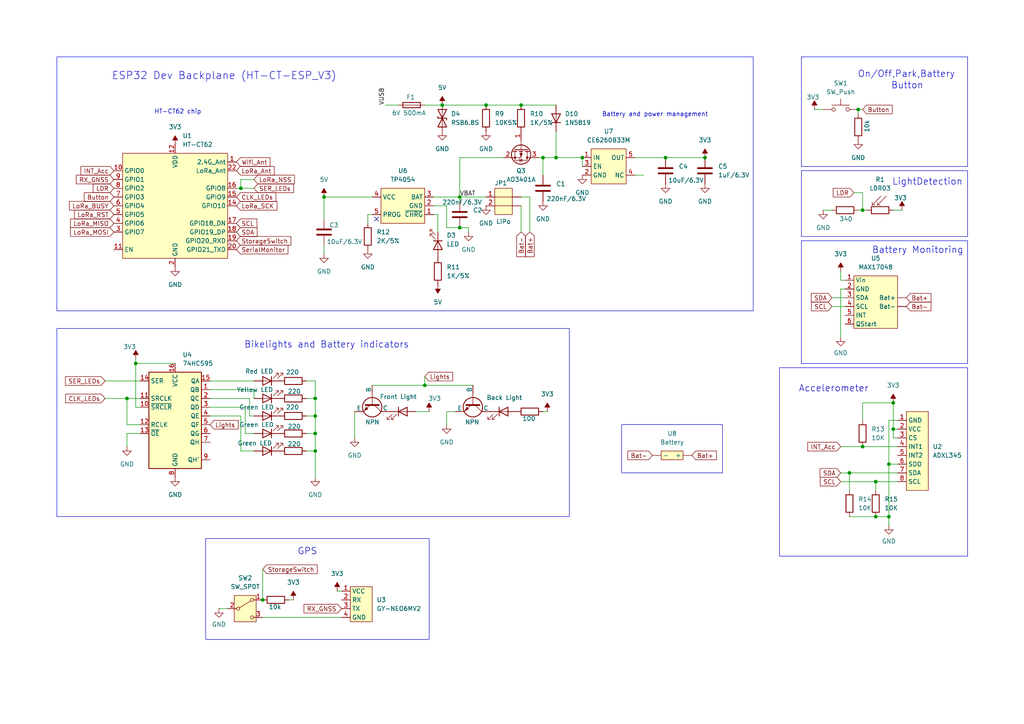
<source format=kicad_sch>
(kicad_sch (version 20250114) (generator "eeschema") (generator_version "9.0")
  (paper "A4")
  (lib_symbols
    (symbol "74xx:74HC595"
      (property "Reference" "U" (at -7.62 13.97 0))
      (property "Value" "74HC595" (at -7.62 -16.51 0))
      (symbol "74HC595_1_0"
        (pin input line (at -10.16 10.16 0) (length 2.54) (name "SER") (number "14"))
        (pin input line (at -10.16 5.08 0) (length 2.54) (name "SRCLK") (number "11"))
        (pin input line (at -10.16 2.54 0) (length 2.54) (name "~{SRCLR}") (number "10"))
        (pin input line (at -10.16 -2.54 0) (length 2.54) (name "RCLK") (number "12"))
        (pin input line (at -10.16 -5.08 0) (length 2.54) (name "~{OE}") (number "13"))
        (pin power_in line (at 0 15.24 270) (length 2.54) (name "VCC") (number "16"))
        (pin power_in line (at 0 -17.78 90) (length 2.54) (name "GND") (number "8"))
        (pin tri_state line (at 10.16 10.16 180) (length 2.54) (name "QA") (number "15"))
        (pin tri_state line (at 10.16 7.62 180) (length 2.54) (name "QB") (number "1"))
        (pin tri_state line (at 10.16 5.08 180) (length 2.54) (name "QC") (number "2"))
        (pin tri_state line (at 10.16 2.54 180) (length 2.54) (name "QD") (number "3"))
        (pin tri_state line (at 10.16 0 180) (length 2.54) (name "QE") (number "4"))
        (pin tri_state line (at 10.16 -2.54 180) (length 2.54) (name "QF") (number "5"))
        (pin tri_state line (at 10.16 -5.08 180) (length 2.54) (name "QG") (number "6"))
        (pin tri_state line (at 10.16 -7.62 180) (length 2.54) (name "QH") (number "7"))
        (pin output line (at 10.16 -12.7 180) (length 2.54) (name "QH'") (number "9"))
      )
      (symbol "74HC595_1_1"
        (rectangle (start -7.62 12.7) (end 7.62 -15.24) (stroke (width 0.254)) (fill (type background)))
      )
    )
    (symbol "Device:C" (pin_numbers (hide yes)) (pin_names (offset 0.254))
      (property "Reference" "C" (at 0.635 2.54 0))
      (property "Value" "C" (at 0.635 -2.54 0))
      (symbol "C_0_1"
        (polyline (pts (xy -2.032 0.762) (xy 2.032 0.762)) (stroke (width 0.508)))
        (polyline (pts (xy -2.032 -0.762) (xy 2.032 -0.762)) (stroke (width 0.508)))
      )
      (symbol "C_1_1"
        (pin passive line (at 0 3.81 270) (length 2.794) (name "~") (number "1"))
        (pin passive line (at 0 -3.81 90) (length 2.794) (name "~") (number "2"))
      )
    )
    (symbol "Device:D" (pin_numbers (hide yes)) (pin_names (offset 1.016) (hide yes))
      (property "Reference" "D" (at 0 2.54 0))
      (property "Value" "D" (at 0 -2.54 0))
      (symbol "D_0_1"
        (polyline (pts (xy -1.27 1.27) (xy -1.27 -1.27)) (stroke (width 0.254)))
        (polyline (pts (xy 1.27 1.27) (xy 1.27 -1.27) (xy -1.27 0) (xy 1.27 1.27)) (stroke (width 0.254)))
        (polyline (pts (xy 1.27 0) (xy -1.27 0)))
      )
      (symbol "D_1_1"
        (pin passive line (at -3.81 0 0) (length 2.54) (name "K") (number "1"))
        (pin passive line (at 3.81 0 180) (length 2.54) (name "A") (number "2"))
      )
    )
    (symbol "Device:D_TVS" (pin_numbers (hide yes)) (pin_names (offset 1.016) (hide yes))
      (property "Reference" "D" (at 0 2.54 0))
      (property "Value" "D_TVS" (at 0 -2.54 0))
      (symbol "D_TVS_0_1"
        (polyline (pts (xy -2.54 1.27) (xy -2.54 -1.27) (xy 2.54 1.27) (xy 2.54 -1.27) (xy -2.54 1.27)) (stroke (width 0.254)))
        (polyline (pts (xy 0.508 1.27) (xy 0 1.27) (xy 0 -1.27) (xy -0.508 -1.27)) (stroke (width 0.254)))
        (polyline (pts (xy 1.27 0) (xy -1.27 0)))
      )
      (symbol "D_TVS_1_1"
        (pin passive line (at -3.81 0 0) (length 2.54) (name "A1") (number "1"))
        (pin passive line (at 3.81 0 180) (length 2.54) (name "A2") (number "2"))
      )
    )
    (symbol "Device:Fuse" (pin_numbers (hide yes)) (pin_names (offset 0))
      (property "Reference" "F" (at 2.032 0 90))
      (property "Value" "Fuse" (at -1.905 0 90))
      (symbol "Fuse_0_1"
        (rectangle (start -0.762 -2.54) (end 0.762 2.54) (stroke (width 0.254)))
        (polyline (pts (xy 0 2.54) (xy 0 -2.54)))
      )
      (symbol "Fuse_1_1"
        (pin passive line (at 0 3.81 270) (length 1.27) (name "~") (number "1"))
        (pin passive line (at 0 -3.81 90) (length 1.27) (name "~") (number "2"))
      )
    )
    (symbol "Device:LED" (pin_numbers (hide yes)) (pin_names (offset 1.016) (hide yes))
      (property "Reference" "D" (at 0 2.54 0))
      (property "Value" "LED" (at 0 -2.54 0))
      (symbol "LED_0_1"
        (polyline (pts (xy -3.048 -0.762) (xy -4.572 -2.286) (xy -3.81 -2.286) (xy -4.572 -2.286) (xy -4.572 -1.524)))
        (polyline (pts (xy -1.778 -0.762) (xy -3.302 -2.286) (xy -2.54 -2.286) (xy -3.302 -2.286) (xy -3.302 -1.524)))
        (polyline (pts (xy -1.27 0) (xy 1.27 0)))
        (polyline (pts (xy -1.27 -1.27) (xy -1.27 1.27)) (stroke (width 0.254)))
        (polyline (pts (xy 1.27 -1.27) (xy 1.27 1.27) (xy -1.27 0) (xy 1.27 -1.27)) (stroke (width 0.254)))
      )
      (symbol "LED_1_1"
        (pin passive line (at -3.81 0 0) (length 2.54) (name "K") (number "1"))
        (pin passive line (at 3.81 0 180) (length 2.54) (name "A") (number "2"))
      )
    )
    (symbol "Device:R" (pin_numbers (hide yes)) (pin_names (offset 0))
      (property "Reference" "R" (at 2.032 0 90))
      (property "Value" "R" (at 0 0 90))
      (symbol "R_0_1"
        (rectangle (start -1.016 -2.54) (end 1.016 2.54) (stroke (width 0.254)))
      )
      (symbol "R_1_1"
        (pin passive line (at 0 3.81 270) (length 1.27) (name "~") (number "1"))
        (pin passive line (at 0 -3.81 90) (length 1.27) (name "~") (number "2"))
      )
    )
    (symbol "EmilLibrary:ADXL345"
      (property "Reference" "U?" (at 5.588 4.318 0))
      (property "Value" "ADXL345" (at 5.842 1.778 0))
      (symbol "ADXL345_0_1"
        (rectangle (start 2.54 0) (end 8.89 -22.86) (fill (type background)))
      )
      (symbol "ADXL345_1_1"
        (pin passive line (at 0 -2.54 0) (length 2.54) (name "GND") (number "1"))
        (pin power_in line (at 0 -5.08 0) (length 2.54) (name "VCC") (number "2"))
        (pin input line (at 0 -7.62 0) (length 2.54) (name "CS") (number "3"))
        (pin output line (at 0 -10.16 0) (length 2.54) (name "INT1") (number "4"))
        (pin output line (at 0 -12.7 0) (length 2.54) (name "INT2") (number "5"))
        (pin bidirectional line (at 0 -15.24 0) (length 2.54) (name "SDO") (number "6"))
        (pin bidirectional line (at 0 -17.78 0) (length 2.54) (name "SDA") (number "7"))
        (pin bidirectional line (at 0 -20.32 0) (length 2.54) (name "SCL") (number "8"))
      )
    )
    (symbol "EmilLibrary:Battery"
      (property "Reference" "U?" (at -0.762 1.524 0))
      (property "Value" "Battery" (at -0.762 -0.762 0))
      (symbol "Battery_0_1"
        (rectangle (start -3.81 -2.54) (end 2.54 -5.08) (fill (type background)))
      )
      (symbol "Battery_1_1"
        (pin output line (at -6.35 -3.81 0) (length 2.54) (name "-") (number ""))
        (pin output line (at 5.08 -3.81 180) (length 2.54) (name "+") (number ""))
      )
    )
    (symbol "EmilLibrary:CE6260B33M"
      (property "Reference" "U?" (at 2.54 0.254 0))
      (property "Value" "CE6260B33M" (at 6.604 -13.462 0))
      (symbol "CE6260B33M_0_1"
        (rectangle (start 1.27 -1.27) (end 11.43 -11.43) (fill (type background)))
      )
      (symbol "CE6260B33M_1_1"
        (pin passive line (at -1.27 -3.81 0) (length 2.54) (name "IN") (number "1"))
        (pin passive line (at -1.27 -6.35 0) (length 2.54) (name "EN") (number "3"))
        (pin passive line (at -1.27 -8.89 0) (length 2.54) (name "GND") (number "2"))
        (pin passive line (at 13.97 -3.81 180) (length 2.54) (name "OUT") (number "5"))
        (pin passive line (at 13.97 -8.89 180) (length 2.54) (name "NC") (number "4"))
      )
    )
    (symbol "EmilLibrary:GY-NEO6MV2"
      (property "Reference" "U?" (at -0.508 2.54 0))
      (property "Value" "GY-NEO6MV2" (at 0 0.254 0))
      (symbol "GY-NEO6MV2_1_1"
        (rectangle (start -2.54 -1.27) (end 3.81 -11.43) (fill (type background)))
        (pin power_in line (at -5.08 -2.54 0) (length 2.54) (name "VCC") (number "1"))
        (pin input line (at -5.08 -5.08 0) (length 2.54) (name "RX") (number "2"))
        (pin output line (at -5.08 -7.62 0) (length 2.54) (name "TX") (number "3"))
        (pin passive line (at -5.08 -10.16 0) (length 2.54) (name "GND") (number "4"))
      )
    )
    (symbol "EmilLibrary:LiPo"
      (property "Reference" "JP?" (at 7.874 0 0))
      (property "Value" "LiPo" (at 6.858 -10.668 0))
      (symbol "LiPo_0_1"
        (rectangle (start 5.08 -1.27) (end 10.16 -8.89) (fill (type background)))
        (rectangle (start 5.08 -3.81) (end 10.16 -3.81))
        (rectangle (start 5.08 -6.35) (end 10.16 -6.35))
      )
      (symbol "LiPo_1_1"
        (pin passive line (at 2.54 -3.81 0) (length 2.54) (name "") (number "1"))
        (pin passive line (at 2.54 -6.35 0) (length 2.54) (name "") (number "2"))
        (pin passive line (at 12.7 -3.81 180) (length 2.54) (name "") (number ""))
        (pin passive line (at 12.7 -6.35 180) (length 2.54) (name "") (number ""))
      )
    )
    (symbol "EmilLibrary:MAX17048"
      (property "Reference" "U?" (at 6.604 3.302 0))
      (property "Value" "MAX17048" (at 5.842 1.27 0))
      (symbol "MAX17048_0_1"
        (rectangle (start 1.27 0) (end 13.97 -15.24) (fill (type background)))
      )
      (symbol "MAX17048_1_1"
        (pin passive line (at -1.27 -1.27 0) (length 2.54) (name "Vin") (number "1"))
        (pin passive line (at -1.27 -3.81 0) (length 2.54) (name "GND") (number "2"))
        (pin input line (at -1.27 -6.35 0) (length 2.54) (name "SDA") (number "3"))
        (pin input line (at -1.27 -8.89 0) (length 2.54) (name "SCL") (number "4"))
        (pin input line (at -1.27 -11.43 0) (length 2.54) (name "INT") (number "5"))
        (pin input line (at -1.27 -13.97 0) (length 2.54) (name "QStart") (number "6"))
        (pin input line (at 16.51 -6.35 180) (length 2.54) (name "Bat+") (number ""))
        (pin input line (at 16.51 -8.89 180) (length 2.54) (name "Bat-") (number ""))
      )
    )
    (symbol "EmilLibrary:TP4054"
      (property "Reference" "U?" (at 3.556 1.016 0))
      (property "Value" "TP4054" (at 5.842 -11.684 0))
      (symbol "TP4054_0_1"
        (rectangle (start 2.54 0) (end 15.24 -10.16) (fill (type background)))
      )
      (symbol "TP4054_1_1"
        (pin power_in line (at 0 -2.54 0) (length 2.54) (name "VCC") (number "4"))
        (pin passive line (at 0 -7.62 0) (length 2.54) (name "PROG") (number "5"))
        (pin passive line (at 17.78 -2.54 180) (length 2.54) (name "BAT") (number "3"))
        (pin passive line (at 17.78 -5.08 180) (length 2.54) (name "GND") (number "2"))
        (pin passive line (at 17.78 -7.62 180) (length 2.54) (name "~{CHRG}") (number "1"))
      )
    )
    (symbol "RF_Module:HT-CT62"
      (property "Reference" "U" (at 0 0 0))
      (property "Value" "HT-CT62" (at 10.16 17.78 0))
      (symbol "HT-CT62_1_1"
        (rectangle (start -15.24 15.24) (end 15.24 -15.24) (fill (type background)))
        (pin bidirectional line (at -17.78 10.16 0) (length 2.54) (name "GPIO0") (number "10"))
        (pin bidirectional line (at -17.78 7.62 0) (length 2.54) (name "GPIO1") (number "9"))
        (pin bidirectional line (at -17.78 5.08 0) (length 2.54) (name "GPIO2") (number "8"))
        (pin bidirectional line (at -17.78 2.54 0) (length 2.54) (name "GPIO3") (number "7"))
        (pin bidirectional line (at -17.78 0 0) (length 2.54) (name "GPIO4") (number "6"))
        (pin bidirectional line (at -17.78 -2.54 0) (length 2.54) (name "GPIO5") (number "5"))
        (pin bidirectional line (at -17.78 -5.08 0) (length 2.54) (name "GPIO6") (number "4"))
        (pin bidirectional line (at -17.78 -7.62 0) (length 2.54) (name "GPIO7") (number "3"))
        (pin input line (at -17.78 -12.7 0) (length 2.54) (name "EN") (number "11"))
        (pin power_in line (at 0 17.78 270) (length 2.54) (name "VDD") (number "12"))
        (pin passive line (at 0 -17.78 90) (length 2.54) (hide yes) (name "GND") (number "13"))
        (pin power_in line (at 0 -17.78 90) (length 2.54) (name "GND") (number "2"))
        (pin passive line (at 0 -17.78 90) (length 2.54) (hide yes) (name "GND") (number "21"))
        (pin bidirectional line (at 17.78 12.7 180) (length 2.54) (name "2.4G_Ant") (number "1"))
        (pin bidirectional line (at 17.78 10.16 180) (length 2.54) (name "LoRa_Ant") (number "22"))
        (pin bidirectional line (at 17.78 5.08 180) (length 2.54) (name "GPIO8") (number "16"))
        (pin bidirectional line (at 17.78 2.54 180) (length 2.54) (name "GPIO9") (number "15"))
        (pin bidirectional line (at 17.78 0 180) (length 2.54) (name "GPIO10") (number "14"))
        (pin bidirectional line (at 17.78 -5.08 180) (length 2.54) (name "GPIO18_DN") (number "17"))
        (pin bidirectional line (at 17.78 -7.62 180) (length 2.54) (name "GPIO19_DP") (number "18"))
        (pin bidirectional line (at 17.78 -10.16 180) (length 2.54) (name "GPIO20_RXD") (number "19"))
        (pin bidirectional line (at 17.78 -12.7 180) (length 2.54) (name "GPIO21_TXD") (number "20"))
      )
    )
    (symbol "Sensor_Optical:LDR03" (pin_numbers (hide yes)) (pin_names (offset 0))
      (property "Reference" "R" (at -5.08 0 90))
      (property "Value" "LDR03" (at 1.905 0 90))
      (symbol "LDR03_0_1"
        (polyline (pts (xy -1.524 -0.762) (xy -4.064 1.778)))
        (polyline (pts (xy -1.524 -0.762) (xy -2.286 -0.762)))
        (polyline (pts (xy -1.524 -0.762) (xy -1.524 0)))
        (polyline (pts (xy -1.524 -2.286) (xy -4.064 0.254)))
        (polyline (pts (xy -1.524 -2.286) (xy -2.286 -2.286)))
        (polyline (pts (xy -1.524 -2.286) (xy -1.524 -1.524)))
        (rectangle (start -1.016 2.54) (end 1.016 -2.54) (stroke (width 0.254)))
      )
      (symbol "LDR03_1_1"
        (pin passive line (at 0 3.81 270) (length 1.27) (name "~") (number "1"))
        (pin passive line (at 0 -3.81 90) (length 1.27) (name "~") (number "2"))
      )
    )
    (symbol "Simulation_SPICE:NPN" (pin_numbers (hide yes)) (pin_names (offset 0))
      (property "Reference" "Q" (at -2.54 7.62 0))
      (property "Value" "NPN" (at -2.54 5.08 0))
      (symbol "NPN_0_1"
        (polyline (pts (xy -2.54 0) (xy 0.635 0)) (stroke (width 0.1524)))
        (polyline (pts (xy 0.635 1.905) (xy 0.635 -1.905) (xy 0.635 -1.905)) (stroke (width 0.508)))
        (polyline (pts (xy 0.635 0.635) (xy 2.54 2.54)))
        (polyline (pts (xy 0.635 -0.635) (xy 2.54 -2.54) (xy 2.54 -2.54)))
        (circle (center 1.27 0) (radius 2.8194) (stroke (width 0.254)))
        (polyline (pts (xy 1.27 -1.778) (xy 1.778 -1.27) (xy 2.286 -2.286) (xy 1.27 -1.778) (xy 1.27 -1.778)) (fill (type outline)))
        (polyline (pts (xy 2.794 -1.27) (xy 2.794 -1.27)) (stroke (width 0.1524)))
        (polyline (pts (xy 2.794 -1.27) (xy 2.794 -1.27)) (stroke (width 0.1524)))
      )
      (symbol "NPN_1_1"
        (pin input line (at -5.08 0 0) (length 2.54) (name "B") (number "2"))
        (pin open_collector line (at 2.54 5.08 270) (length 2.54) (name "C") (number "1"))
        (pin open_emitter line (at 2.54 -5.08 90) (length 2.54) (name "E") (number "3"))
      )
    )
    (symbol "Switch:SW_Push" (pin_numbers (hide yes)) (pin_names (offset 1.016) (hide yes))
      (property "Reference" "SW" (at 1.27 2.54 0))
      (property "Value" "SW_Push" (at 0 -1.524 0))
      (symbol "SW_Push_0_1"
        (circle (center -2.032 0) (radius 0.508))
        (polyline (pts (xy 0 1.27) (xy 0 3.048)))
        (circle (center 2.032 0) (radius 0.508))
        (polyline (pts (xy 2.54 1.27) (xy -2.54 1.27)))
        (pin passive line (at -5.08 0 0) (length 2.54) (name "1") (number "1"))
        (pin passive line (at 5.08 0 180) (length 2.54) (name "2") (number "2"))
      )
    )
    (symbol "Switch:SW_SPDT" (pin_names (offset 0) (hide yes))
      (property "Reference" "SW" (at 0 5.08 0))
      (property "Value" "SW_SPDT" (at 0 -5.08 0))
      (symbol "SW_SPDT_0_1"
        (circle (center -2.032 0) (radius 0.4572))
        (polyline (pts (xy -1.651 0.254) (xy 1.651 2.286)))
        (circle (center 2.032 2.54) (radius 0.4572))
        (circle (center 2.032 -2.54) (radius 0.4572))
      )
      (symbol "SW_SPDT_1_1"
        (rectangle (start -3.175 3.81) (end 3.175 -3.81) (fill (type background)))
        (pin passive line (at -5.08 0 0) (length 2.54) (name "B") (number "2"))
        (pin passive line (at 5.08 2.54 180) (length 2.54) (name "A") (number "1"))
        (pin passive line (at 5.08 -2.54 180) (length 2.54) (name "C") (number "3"))
      )
    )
    (symbol "Transistor_FET:AO3401A" (pin_names (hide yes))
      (property "Reference" "Q" (at 5.08 1.905 0))
      (property "Value" "AO3401A" (at 5.08 0 0))
      (symbol "AO3401A_0_1"
        (polyline (pts (xy 0.254 1.905) (xy 0.254 -1.905)) (stroke (width 0.254)))
        (polyline (pts (xy 0.254 0) (xy -2.54 0)))
        (polyline (pts (xy 0.762 2.286) (xy 0.762 1.27)) (stroke (width 0.254)))
        (polyline (pts (xy 0.762 1.778) (xy 3.302 1.778) (xy 3.302 -1.778) (xy 0.762 -1.778)))
        (polyline (pts (xy 0.762 0.508) (xy 0.762 -0.508)) (stroke (width 0.254)))
        (polyline (pts (xy 0.762 -1.27) (xy 0.762 -2.286)) (stroke (width 0.254)))
        (circle (center 1.651 0) (radius 2.794) (stroke (width 0.254)))
        (polyline (pts (xy 2.286 0) (xy 1.27 0.381) (xy 1.27 -0.381) (xy 2.286 0)) (fill (type outline)))
        (polyline (pts (xy 2.54 2.54) (xy 2.54 1.778)))
        (circle (center 2.54 1.778) (radius 0.254) (fill (type outline)))
        (circle (center 2.54 -1.778) (radius 0.254) (fill (type outline)))
        (polyline (pts (xy 2.54 -2.54) (xy 2.54 0) (xy 0.762 0)))
        (polyline (pts (xy 2.794 -0.508) (xy 2.921 -0.381) (xy 3.683 -0.381) (xy 3.81 -0.254)))
        (polyline (pts (xy 3.302 -0.381) (xy 2.921 0.254) (xy 3.683 0.254) (xy 3.302 -0.381)))
      )
      (symbol "AO3401A_1_1"
        (pin input line (at -5.08 0 0) (length 2.54) (name "G") (number "1"))
        (pin passive line (at 2.54 5.08 270) (length 2.54) (name "D") (number "3"))
        (pin passive line (at 2.54 -5.08 90) (length 2.54) (name "S") (number "2"))
      )
    )
    (symbol "power:-3V3" (power) (pin_numbers (hide yes)) (pin_names (offset 0) (hide yes))
      (property "Value" "-3V3" (at 0 3.556 0))
      (symbol "-3V3_0_0"
        (pin power_in line (at 0 0 90) (length 0) (name "~") (number "1"))
      )
      (symbol "-3V3_0_1"
        (polyline (pts (xy 0 0) (xy 0 1.27) (xy 0.762 1.27) (xy 0 2.54) (xy -0.762 1.27) (xy 0 1.27)) (fill (type outline)))
      )
    )
    (symbol "power:GND" (power) (pin_numbers (hide yes)) (pin_names (offset 0) (hide yes))
      (property "Value" "GND" (at 0 -3.81 0))
      (symbol "GND_0_1"
        (polyline (pts (xy 0 0) (xy 0 -1.27) (xy 1.27 -1.27) (xy 0 -2.54) (xy -1.27 -1.27) (xy 0 -1.27)))
      )
      (symbol "GND_1_1"
        (pin power_in line (at 0 0 270) (length 0) (name "~") (number "1"))
      )
    )
  )
  (rectangle (start 16.51 16.51) (end 218.44 90.17) (fill (type color) (color 255 255 255 1)))
  (rectangle (start 59.69 156.21) (end 124.46 185.42) (fill (type color) (color 255 255 255 1)))
  (rectangle (start 180.34 123.19) (end 209.55 137.16) (fill (type color) (color 255 255 255 1)))
  (rectangle (start 232.41 16.51) (end 280.67 48.26) (fill (type color) (color 255 255 255 1)))
  (rectangle (start 232.41 49.53) (end 280.67 68.58) (fill (type color) (color 255 255 255 1)))
  (rectangle (start 16.51 95.25) (end 165.1 149.86) (fill (type color) (color 255 255 255 1)))
  (rectangle (start 232.41 69.85) (end 280.67 105.41) (fill (type color) (color 255 255 255 1)))
  (rectangle (start 226.06 106.68) (end 280.67 161.29) (fill (type color) (color 255 255 255 1)))
  (text "On/Off,Park,Battery" (at 262.89 21.59 0) (effects (font (size 1.905 1.905))))
  (text "Button" (at 263.144 24.892 0) (effects (font (size 1.905 1.905))))
  (text "Accelerometer" (at 241.808 112.776 0) (effects (font (size 1.905 1.905))))
  (text "Battery Monitoring\n" (at 266.192 72.644 0) (effects (font (size 1.905 1.905))))
  (text "Bikelights and Battery indicators" (at 94.742 100.076 0) (effects (font (size 1.905 1.905))))
  (text "Battery and power management" (at 189.992 33.274 0) (effects (font (size 1.27 1.27))))
  (text "HT-CT62 chip" (at 51.562 32.512 0) (effects (font (size 1.27 1.27))))
  (text "ESP32 Dev Backplane (HT-CT-ESP_V3)" (at 65.024 22.098 0) (effects (font (size 2.159 2.159))))
  (text "LightDetection" (at 268.986 52.832 0) (effects (font (size 1.905 1.905))))
  (text "GPS" (at 89.154 160.02 0) (effects (font (size 1.905 1.905))))
  (junction (at 140.97 30.48))
  (junction (at 248.92 31.75))
  (junction (at 123.19 111.76))
  (junction (at 69.85 54.61))
  (junction (at 151.13 30.48))
  (junction (at 76.2 173.99))
  (junction (at 91.44 125.73))
  (junction (at 259.08 116.84))
  (junction (at 39.37 105.41))
  (junction (at 128.27 30.48))
  (junction (at 254 149.86))
  (junction (at 254 139.7))
  (junction (at 168.91 45.72))
  (junction (at 193.04 45.72))
  (junction (at 91.44 115.57))
  (junction (at 246.38 137.16))
  (junction (at 91.44 120.65))
  (junction (at 157.48 45.72))
  (junction (at 36.83 115.57))
  (junction (at 250.19 60.96))
  (junction (at 257.81 149.86))
  (junction (at 133.35 57.15))
  (junction (at 161.29 45.72))
  (junction (at 204.47 45.72))
  (junction (at 250.19 129.54))
  (junction (at 257.81 134.62))
  (junction (at 93.98 57.15))
  (junction (at 91.44 130.81))
  (junction (at 133.35 66.04))
  (junction (at 259.08 124.46))
  (no_connect (at 109.22 63.5))
  (wire (pts (xy 246.38 142.24) (xy 246.38 137.16)))
  (wire (pts (xy 243.84 129.54) (xy 250.19 129.54)))
  (wire (pts (xy 250.19 60.96) (xy 251.46 60.96)))
  (wire (pts (xy 106.68 62.23) (xy 106.68 64.77)))
  (wire (pts (xy 91.44 130.81) (xy 91.44 138.43)))
  (wire (pts (xy 241.3 88.9) (xy 245.11 88.9)))
  (wire (pts (xy 133.35 58.42) (xy 133.35 57.15)))
  (wire (pts (xy 71.12 118.11) (xy 60.96 118.11)))
  (wire (pts (xy 127 62.23) (xy 125.73 62.23)))
  (wire (pts (xy 127 62.23) (xy 127 67.31)))
  (wire (pts (xy 93.98 57.15) (xy 93.98 63.5)))
  (wire (pts (xy 259.08 124.46) (xy 260.35 124.46)))
  (wire (pts (xy 241.3 86.36) (xy 245.11 86.36)))
  (wire (pts (xy 39.37 104.14) (xy 39.37 105.41)))
  (wire (pts (xy 73.66 113.03) (xy 60.96 113.03)))
  (wire (pts (xy 259.08 116.84) (xy 259.08 124.46)))
  (wire (pts (xy 193.04 45.72) (xy 204.47 45.72)))
  (wire (pts (xy 243.84 83.82) (xy 245.11 83.82)))
  (wire (pts (xy 111.76 30.48) (xy 115.57 30.48)))
  (wire (pts (xy 243.84 78.74) (xy 243.84 81.28)))
  (wire (pts (xy 135.89 66.04) (xy 135.89 67.31)))
  (wire (pts (xy 248.92 31.75) (xy 248.92 33.02)))
  (wire (pts (xy 36.83 115.57) (xy 40.64 115.57)))
  (wire (pts (xy 39.37 105.41) (xy 50.8 105.41)))
  (wire (pts (xy 137.16 111.76) (xy 123.19 111.76)))
  (wire (pts (xy 156.21 45.72) (xy 157.48 45.72)))
  (wire (pts (xy 151.13 59.69) (xy 151.13 67.31)))
  (wire (pts (xy 88.9 130.81) (xy 91.44 130.81)))
  (wire (pts (xy 246.38 149.86) (xy 254 149.86)))
  (wire (pts (xy 91.44 120.65) (xy 91.44 125.73)))
  (wire (pts (xy 161.29 45.72) (xy 168.91 45.72)))
  (wire (pts (xy 120.65 119.38) (xy 124.46 119.38)))
  (wire (pts (xy 133.35 57.15) (xy 133.35 45.72)))
  (wire (pts (xy 246.38 137.16) (xy 260.35 137.16)))
  (wire (pts (xy 129.54 119.38) (xy 132.08 119.38)))
  (wire (pts (xy 129.54 59.69) (xy 129.54 66.04)))
  (wire (pts (xy 71.12 125.73) (xy 71.12 118.11)))
  (wire (pts (xy 257.81 149.86) (xy 257.81 134.62)))
  (wire (pts (xy 257.81 134.62) (xy 257.81 121.92)))
  (wire (pts (xy 107.95 62.23) (xy 106.68 62.23)))
  (wire (pts (xy 69.85 52.07) (xy 69.85 54.61)))
  (wire (pts (xy 259.08 127) (xy 259.08 124.46)))
  (wire (pts (xy 69.85 130.81) (xy 69.85 120.65)))
  (wire (pts (xy 72.39 120.65) (xy 72.39 115.57)))
  (wire (pts (xy 88.9 110.49) (xy 91.44 110.49)))
  (wire (pts (xy 76.2 165.1) (xy 76.2 173.99)))
  (wire (pts (xy 260.35 127) (xy 259.08 127)))
  (wire (pts (xy 102.87 127) (xy 102.87 119.38)))
  (wire (pts (xy 151.13 30.48) (xy 161.29 30.48)))
  (wire (pts (xy 88.9 125.73) (xy 91.44 125.73)))
  (wire (pts (xy 73.66 115.57) (xy 73.66 113.03)))
  (wire (pts (xy 243.84 137.16) (xy 246.38 137.16)))
  (wire (pts (xy 73.66 52.07) (xy 69.85 52.07)))
  (wire (pts (xy 250.19 121.92) (xy 250.19 116.84)))
  (wire (pts (xy 125.73 59.69) (xy 129.54 59.69)))
  (wire (pts (xy 158.75 119.38) (xy 157.48 119.38)))
  (wire (pts (xy 259.08 60.96) (xy 261.62 60.96)))
  (wire (pts (xy 91.44 115.57) (xy 91.44 120.65)))
  (wire (pts (xy 69.85 120.65) (xy 60.96 120.65)))
  (wire (pts (xy 73.66 130.81) (xy 69.85 130.81)))
  (wire (pts (xy 236.22 31.75) (xy 238.76 31.75)))
  (wire (pts (xy 72.39 115.57) (xy 60.96 115.57)))
  (wire (pts (xy 238.76 60.96) (xy 241.3 60.96)))
  (wire (pts (xy 133.35 57.15) (xy 140.97 57.15)))
  (wire (pts (xy 36.83 125.73) (xy 40.64 125.73)))
  (wire (pts (xy 248.92 60.96) (xy 250.19 60.96)))
  (wire (pts (xy 30.48 115.57) (xy 36.83 115.57)))
  (wire (pts (xy 91.44 110.49) (xy 91.44 115.57)))
  (wire (pts (xy 257.81 134.62) (xy 260.35 134.62)))
  (wire (pts (xy 184.15 50.8) (xy 186.69 50.8)))
  (wire (pts (xy 73.66 125.73) (xy 71.12 125.73)))
  (wire (pts (xy 250.19 31.75) (xy 248.92 31.75)))
  (wire (pts (xy 36.83 123.19) (xy 36.83 115.57)))
  (wire (pts (xy 128.27 30.48) (xy 140.97 30.48)))
  (wire (pts (xy 135.89 66.04) (xy 133.35 66.04)))
  (wire (pts (xy 123.19 30.48) (xy 128.27 30.48)))
  (wire (pts (xy 250.19 129.54) (xy 260.35 129.54)))
  (wire (pts (xy 243.84 97.79) (xy 243.84 83.82)))
  (wire (pts (xy 184.15 45.72) (xy 193.04 45.72)))
  (wire (pts (xy 123.19 109.22) (xy 123.19 111.76)))
  (wire (pts (xy 257.81 121.92) (xy 260.35 121.92)))
  (wire (pts (xy 30.48 110.49) (xy 40.64 110.49)))
  (wire (pts (xy 157.48 45.72) (xy 161.29 45.72)))
  (wire (pts (xy 40.64 118.11) (xy 39.37 118.11)))
  (wire (pts (xy 254 149.86) (xy 257.81 149.86)))
  (wire (pts (xy 151.13 57.15) (xy 153.67 57.15)))
  (wire (pts (xy 129.54 66.04) (xy 133.35 66.04)))
  (wire (pts (xy 76.2 179.07) (xy 99.06 179.07)))
  (wire (pts (xy 133.35 45.72) (xy 146.05 45.72)))
  (wire (pts (xy 63.5 176.53) (xy 66.04 176.53)))
  (wire (pts (xy 243.84 81.28) (xy 245.11 81.28)))
  (wire (pts (xy 153.67 57.15) (xy 153.67 67.31)))
  (wire (pts (xy 157.48 45.72) (xy 157.48 50.8)))
  (wire (pts (xy 93.98 57.15) (xy 107.95 57.15)))
  (wire (pts (xy 69.85 54.61) (xy 68.58 54.61)))
  (wire (pts (xy 254 139.7) (xy 260.35 139.7)))
  (wire (pts (xy 73.66 120.65) (xy 72.39 120.65)))
  (wire (pts (xy 129.54 123.19) (xy 129.54 119.38)))
  (wire (pts (xy 85.09 173.99) (xy 83.82 173.99)))
  (wire (pts (xy 91.44 125.73) (xy 91.44 130.81)))
  (wire (pts (xy 99.06 171.45) (xy 97.79 171.45)))
  (wire (pts (xy 69.85 54.61) (xy 73.66 54.61)))
  (wire (pts (xy 250.19 116.84) (xy 259.08 116.84)))
  (wire (pts (xy 107.95 111.76) (xy 123.19 111.76)))
  (wire (pts (xy 36.83 129.54) (xy 36.83 125.73)))
  (wire (pts (xy 247.65 55.88) (xy 250.19 55.88)))
  (wire (pts (xy 60.96 110.49) (xy 73.66 110.49)))
  (wire (pts (xy 140.97 30.48) (xy 151.13 30.48)))
  (wire (pts (xy 243.84 139.7) (xy 254 139.7)))
  (wire (pts (xy 168.91 45.72) (xy 168.91 48.26)))
  (wire (pts (xy 40.64 123.19) (xy 36.83 123.19)))
  (wire (pts (xy 125.73 57.15) (xy 133.35 57.15)))
  (wire (pts (xy 39.37 105.41) (xy 39.37 118.11)))
  (wire (pts (xy 254 142.24) (xy 254 139.7)))
  (wire (pts (xy 88.9 115.57) (xy 91.44 115.57)))
  (wire (pts (xy 257.81 149.86) (xy 257.81 152.4)))
  (wire (pts (xy 93.98 73.66) (xy 93.98 71.12)))
  (wire (pts (xy 250.19 55.88) (xy 250.19 60.96)))
  (wire (pts (xy 88.9 120.65) (xy 91.44 120.65)))
  (wire (pts (xy 161.29 38.1) (xy 161.29 45.72)))
  (label "VUSB" (at 111.76 30.48 90))
  (label "VBAT" (at 133.35 57.15 0))
  (global_label "SCL" (shape input) (at 68.58 64.77 0) (property "Intersheetrefs" "${INTERSHEET_REFS}" (effects (hide yes))))
  (global_label "LoRa_BUSY" (shape input) (at 33.02 59.69 180) (property "Intersheetrefs" "${INTERSHEET_REFS}" (effects (hide yes))))
  (global_label "SDA" (shape input) (at 241.3 86.36 180) (property "Intersheetrefs" "${INTERSHEET_REFS}" (effects (hide yes))))
  (global_label "Button" (shape input) (at 33.02 57.15 180) (property "Intersheetrefs" "${INTERSHEET_REFS}" (effects (hide yes))))
  (global_label "SER_LEDs" (shape input) (at 30.48 110.49 180) (property "Intersheetrefs" "${INTERSHEET_REFS}" (effects (hide yes))))
  (global_label "Bat-" (shape input) (at 262.89 88.9 0) (property "Intersheetrefs" "${INTERSHEET_REFS}" (effects (hide yes))))
  (global_label "Wifi_Ant" (shape input) (at 68.58 46.99 0) (property "Intersheetrefs" "${INTERSHEET_REFS}" (effects (hide yes))))
  (global_label "LoRa_Ant" (shape input) (at 68.58 49.53 0) (property "Intersheetrefs" "${INTERSHEET_REFS}" (effects (hide yes))))
  (global_label "StorageSwitch" (shape input) (at 76.2 165.1 0) (property "Intersheetrefs" "${INTERSHEET_REFS}" (effects (hide yes))))
  (global_label "LoRa_MOSI" (shape input) (at 33.02 67.31 180) (property "Intersheetrefs" "${INTERSHEET_REFS}" (effects (hide yes))))
  (global_label "Bat+" (shape input) (at 262.89 86.36 0) (property "Intersheetrefs" "${INTERSHEET_REFS}" (effects (hide yes))))
  (global_label "INT_Acc" (shape input) (at 243.84 129.54 180) (property "Intersheetrefs" "${INTERSHEET_REFS}" (effects (hide yes))))
  (global_label "SER_LEDs" (shape input) (at 73.66 54.61 0) (property "Intersheetrefs" "${INTERSHEET_REFS}" (effects (hide yes))))
  (global_label "LoRa_NSS" (shape input) (at 73.66 52.07 0) (property "Intersheetrefs" "${INTERSHEET_REFS}" (effects (hide yes))))
  (global_label "SCL" (shape input) (at 243.84 139.7 180) (property "Intersheetrefs" "${INTERSHEET_REFS}" (effects (hide yes))))
  (global_label "INT_Acc" (shape input) (at 33.02 49.53 180) (property "Intersheetrefs" "${INTERSHEET_REFS}" (effects (hide yes))))
  (global_label "LDR" (shape input) (at 33.02 54.61 180) (property "Intersheetrefs" "${INTERSHEET_REFS}" (effects (hide yes))))
  (global_label "CLK_LEDs" (shape input) (at 68.58 57.15 0) (property "Intersheetrefs" "${INTERSHEET_REFS}" (effects (hide yes))))
  (global_label "SerialMonitor" (shape input) (at 68.58 72.39 0) (property "Intersheetrefs" "${INTERSHEET_REFS}" (effects (hide yes))))
  (global_label "LoRa_RST" (shape input) (at 33.02 62.23 180) (property "Intersheetrefs" "${INTERSHEET_REFS}" (effects (hide yes))))
  (global_label "LDR" (shape input) (at 247.65 55.88 180) (property "Intersheetrefs" "${INTERSHEET_REFS}" (effects (hide yes))))
  (global_label "CLK_LEDs" (shape input) (at 30.48 115.57 180) (property "Intersheetrefs" "${INTERSHEET_REFS}" (effects (hide yes))))
  (global_label "Lights" (shape input) (at 60.96 123.19 0) (property "Intersheetrefs" "${INTERSHEET_REFS}" (effects (hide yes))))
  (global_label "RX_GNSS" (shape input) (at 99.06 176.53 180) (property "Intersheetrefs" "${INTERSHEET_REFS}" (effects (hide yes))))
  (global_label "Bat-" (shape input) (at 189.23 132.08 180) (property "Intersheetrefs" "${INTERSHEET_REFS}" (effects (hide yes))))
  (global_label "Lights" (shape input) (at 123.19 109.22 0) (property "Intersheetrefs" "${INTERSHEET_REFS}" (effects (hide yes))))
  (global_label "LoRa_MISO" (shape input) (at 33.02 64.77 180) (property "Intersheetrefs" "${INTERSHEET_REFS}" (effects (hide yes))))
  (global_label "RX_GNSS" (shape input) (at 33.02 52.07 180) (property "Intersheetrefs" "${INTERSHEET_REFS}" (effects (hide yes))))
  (global_label "LoRa_SCK" (shape input) (at 68.58 59.69 0) (property "Intersheetrefs" "${INTERSHEET_REFS}" (effects (hide yes))))
  (global_label "SDA" (shape input) (at 243.84 137.16 180) (property "Intersheetrefs" "${INTERSHEET_REFS}" (effects (hide yes))))
  (global_label "Button" (shape input) (at 250.19 31.75 0) (property "Intersheetrefs" "${INTERSHEET_REFS}" (effects (hide yes))))
  (global_label "SCL" (shape input) (at 241.3 88.9 180) (property "Intersheetrefs" "${INTERSHEET_REFS}" (effects (hide yes))))
  (global_label "SDA" (shape input) (at 68.58 67.31 0) (property "Intersheetrefs" "${INTERSHEET_REFS}" (effects (hide yes))))
  (global_label "Bat+" (shape input) (at 153.67 67.31 270) (property "Intersheetrefs" "${INTERSHEET_REFS}" (effects (hide yes))))
  (global_label "Bat+" (shape input) (at 200.66 132.08 0) (property "Intersheetrefs" "${INTERSHEET_REFS}" (effects (hide yes))))
  (global_label "Bat-" (shape input) (at 151.13 67.31 270) (property "Intersheetrefs" "${INTERSHEET_REFS}" (effects (hide yes))))
  (global_label "StorageSwitch" (shape input) (at 68.58 69.85 0) (property "Intersheetrefs" "${INTERSHEET_REFS}" (effects (hide yes))))
  (symbol (lib_id "Device:R") (at 153.67 119.38 90) (unit 1)
    (property "Reference" "R7" (effects (hide yes)))
    (property "Value" "100" (at 153.416 121.412 90))
    (property "Description" "Resistor" (effects (hide yes)))
  )
  (symbol (lib_id "Device:R") (at 248.92 36.83 180) (unit 1)
    (property "Reference" "R8" (effects (hide yes)))
    (property "Value" "10k" (at 251.46 36.576 90))
    (property "Description" "Resistor" (effects (hide yes)))
  )
  (symbol (lib_id "EmilLibrary:Battery") (at 195.58 128.27 0) (unit 1)
    (property "Reference" "U8" (at 194.945 125.73 0))
    (property "Value" "Battery" (at 194.945 128.27 0))
  )
  (symbol (lib_id "power:-3V3") (at 39.37 104.14 0) (unit 1)
    (property "Reference" "#PWR08" (effects (hide yes)))
    (property "Value" "3V3" (at 37.592 100.584 0))
    (property "Description" "Power symbol creates a global label with name \"-3V3\"" (effects (hide yes)))
  )
  (symbol (lib_id "power:GND") (at 168.91 50.8 0) (unit 1)
    (property "Reference" "#PWR021" (effects (hide yes)))
    (property "Value" "GND" (at 168.91 55.88 0))
    (property "Description" "Power symbol creates a global label with name \"GND\" , ground" (effects (hide yes)))
  )
  (symbol (lib_id "power:GND") (at 140.97 38.1 0) (unit 1)
    (property "Reference" "#PWR013" (effects (hide yes)))
    (property "Value" "GND" (at 140.97 43.18 0))
    (property "Description" "Power symbol creates a global label with name \"GND\" , ground" (effects (hide yes)))
  )
  (symbol (lib_id "Device:C") (at 133.35 62.23 0) (unit 1)
    (property "Reference" "C2" (at 137.16 60.9599 0) (effects (justify left)))
    (property "Value" "220nF/6.3V" (at 128.27 58.674 0) (effects (justify left)))
    (property "Description" "Unpolarized capacitor" (effects (hide yes)))
  )
  (symbol (lib_id "power:-3V3") (at 259.08 116.84 0) (unit 1)
    (property "Reference" "#PWR030" (effects (hide yes)))
    (property "Value" "3V3" (at 259.08 111.76 0))
    (property "Description" "Power symbol creates a global label with name \"-3V3\"" (effects (hide yes)))
  )
  (symbol (lib_id "Device:C") (at 93.98 67.31 0) (unit 1)
    (property "Reference" "C3" (at 95.504 65.278 0) (effects (justify left)))
    (property "Value" "10uF/6.3V" (at 94.742 70.104 0) (effects (justify left)))
    (property "Description" "Unpolarized capacitor" (effects (hide yes)))
  )
  (symbol (lib_id "Simulation_SPICE:NPN") (at 107.95 116.84 270) (unit 1)
    (property "Reference" "Q1" (effects (hide yes)))
    (property "Value" "NPN" (at 105.918 122.428 90) (effects (justify left)))
    (property "Datasheet" "https://ngspice.sourceforge.io/docs/ngspice-html-manual/manual.xhtml#cha_BJTs" (effects (hide yes)))
    (property "Description" "Bipolar transistor symbol for simulation only, substrate tied to the emitter" (effects (hide yes)))
    (property "Sim.Device" "NPN" (effects (hide yes)))
    (property "Sim.Type" "GUMMELPOON" (effects (hide yes)))
    (property "Sim.Pins" "1=C 2=B 3=E" (effects (hide yes)))
  )
  (symbol (lib_id "power:-3V3") (at 97.79 171.45 0) (unit 1)
    (property "Reference" "#PWR027" (effects (hide yes)))
    (property "Value" "3V3" (at 97.79 166.37 0))
    (property "Description" "Power symbol creates a global label with name \"-3V3\"" (effects (hide yes)))
  )
  (symbol (lib_id "Device:C") (at 193.04 49.53 0) (unit 1)
    (property "Reference" "C4" (at 196.85 48.2599 0) (effects (justify left)))
    (property "Value" "10uF/6.3V" (at 193.802 52.324 0) (effects (justify left)))
    (property "Description" "Unpolarized capacitor" (effects (hide yes)))
  )
  (symbol (lib_id "power:-3V3") (at 261.62 60.96 0) (unit 1)
    (property "Reference" "#PWR035" (effects (hide yes)))
    (property "Value" "3V3" (at 259.334 57.404 0) (effects (justify left)))
    (property "Description" "Power symbol creates a global label with name \"-3V3\"" (effects (hide yes)))
  )
  (symbol (lib_id "Switch:SW_Push") (at 243.84 31.75 0) (unit 1)
    (property "Reference" "SW1" (at 243.84 24.13 0))
    (property "Value" "SW_Push" (at 243.84 26.67 0))
    (property "Description" "Push button switch, generic, two pins" (effects (hide yes)))
  )
  (symbol (lib_id "Simulation_SPICE:NPN") (at 137.16 116.84 270) (unit 1)
    (property "Reference" "Q2" (effects (hide yes)))
    (property "Value" "NPN" (at 134.874 122.428 90) (effects (justify left)))
    (property "Datasheet" "https://ngspice.sourceforge.io/docs/ngspice-html-manual/manual.xhtml#cha_BJTs" (effects (hide yes)))
    (property "Description" "Bipolar transistor symbol for simulation only, substrate tied to the emitter" (effects (hide yes)))
    (property "Sim.Device" "NPN" (effects (hide yes)))
    (property "Sim.Type" "GUMMELPOON" (effects (hide yes)))
    (property "Sim.Pins" "1=C 2=B 3=E" (effects (hide yes)))
  )
  (symbol (lib_id "Device:R") (at 246.38 146.05 0) (unit 1)
    (property "Reference" "R14" (at 248.92 144.7799 0) (effects (justify left)))
    (property "Value" "10K" (at 248.92 147.3199 0) (effects (justify left)))
    (property "Description" "Resistor" (effects (hide yes)))
  )
  (symbol (lib_id "74xx:74HC595") (at 50.8 120.65 0) (unit 1)
    (property "Reference" "U4" (at 52.9433 102.87 0) (effects (justify left)))
    (property "Value" "74HC595" (at 52.9433 105.41 0) (effects (justify left)))
    (property "Datasheet" "http://www.ti.com/lit/ds/symlink/sn74hc595.pdf" (effects (hide yes)))
    (property "Description" "8-bit serial in/out Shift Register 3-State Outputs" (effects (hide yes)))
  )
  (symbol (lib_id "power:GND") (at 257.81 152.4 0) (unit 1)
    (property "Reference" "#PWR029" (effects (hide yes)))
    (property "Value" "GND" (at 257.81 156.972 0))
    (property "Description" "Power symbol creates a global label with name \"GND\" , ground" (effects (hide yes)))
  )
  (symbol (lib_id "Device:LED") (at 77.47 110.49 180) (unit 1)
    (property "Reference" "D1" (effects (hide yes)))
    (property "Value" "Red LED" (at 75.184 107.696 0))
    (property "Description" "Light emitting diode" (effects (hide yes)))
    (property "Sim.Pins" "1=K 2=A" (effects (hide yes)))
  )
  (symbol (lib_id "power:-3V3") (at 124.46 119.38 0) (unit 1)
    (property "Reference" "#PWR07" (effects (hide yes)))
    (property "Value" "3V3" (at 124.206 115.57 0) (effects (justify left)))
    (property "Description" "Power symbol creates a global label with name \"-3V3\"" (effects (hide yes)))
  )
  (symbol (lib_id "power:-3V3") (at 127 82.55 180) (unit 1)
    (property "Reference" "#PWR017" (effects (hide yes)))
    (property "Value" "5V" (at 127 87.63 0))
    (property "Description" "Power symbol creates a global label with name \"-3V3\"" (effects (hide yes)))
  )
  (symbol (lib_id "power:-3V3") (at 243.84 78.74 0) (unit 1)
    (property "Reference" "#PWR033" (effects (hide yes)))
    (property "Value" "3V3" (at 243.84 73.66 0))
    (property "Description" "Power symbol creates a global label with name \"-3V3\"" (effects (hide yes)))
  )
  (symbol (lib_id "power:GND") (at 129.54 123.19 0) (unit 1)
    (property "Reference" "#PWR04" (effects (hide yes)))
    (property "Value" "GND" (at 129.54 128.27 0))
    (property "Description" "Power symbol creates a global label with name \"GND\" , ground" (effects (hide yes)))
  )
  (symbol (lib_id "EmilLibrary:ADXL345") (at 260.35 119.38 0) (unit 1)
    (property "Reference" "U2" (at 270.51 129.5399 0) (effects (justify left)))
    (property "Value" "ADXL345" (at 270.51 132.0799 0) (effects (justify left)))
  )
  (symbol (lib_id "RF_Module:HT-CT62") (at 50.8 59.69 0) (unit 1)
    (property "Reference" "U1" (at 52.9433 39.37 0) (effects (justify left)))
    (property "Value" "HT-CT62" (at 52.9433 41.91 0) (effects (justify left)))
    (property "Footprint" "RF_Module:Heltec_HT-CT62" (effects (hide yes)))
    (property "Datasheet" "https://resource.heltec.cn/download/HT-CT62/HT-CT62(Rev1.1).pdf" (effects (hide yes)))
    (property "Description" "LoRa/LoRaWAN node module with ESP32-C3 and SX1262" (effects (hide yes)))
  )
  (symbol (lib_id "power:-3V3") (at 204.47 45.72 0) (unit 1)
    (property "Reference" "#PWR024" (effects (hide yes)))
    (property "Value" "3V3" (at 204.47 40.64 0))
    (property "Description" "Power symbol creates a global label with name \"-3V3\"" (effects (hide yes)))
  )
  (symbol (lib_id "Device:R") (at 106.68 68.58 0) (unit 1)
    (property "Reference" "R12" (at 109.22 67.3099 0) (effects (justify left)))
    (property "Value" "2K/5%" (at 109.22 69.8499 0) (effects (justify left)))
    (property "Description" "Resistor" (effects (hide yes)))
  )
  (symbol (lib_id "power:-3V3") (at 93.98 57.15 0) (unit 1)
    (property "Reference" "#PWR018" (effects (hide yes)))
    (property "Value" "5V" (at 93.98 52.07 0))
    (property "Description" "Power symbol creates a global label with name \"-3V3\"" (effects (hide yes)))
  )
  (symbol (lib_id "Device:R") (at 85.09 125.73 270) (unit 1)
    (property "Reference" "R5" (effects (hide yes)))
    (property "Value" "220" (at 85.344 123.698 90))
    (property "Description" "Resistor" (effects (hide yes)))
  )
  (symbol (lib_id "Device:LED") (at 77.47 120.65 180) (unit 1)
    (property "Reference" "D8" (effects (hide yes)))
    (property "Value" "Green LED" (at 74.422 118.11 0))
    (property "Description" "Light emitting diode" (effects (hide yes)))
    (property "Sim.Pins" "1=K 2=A" (effects (hide yes)))
  )
  (symbol (lib_id "EmilLibrary:CE6260B33M") (at 170.18 41.91 0) (unit 1)
    (property "Reference" "U7" (at 176.53 38.1 0))
    (property "Value" "CE6260B33M" (at 176.53 40.64 0))
  )
  (symbol (lib_id "power:GND") (at 238.76 60.96 0) (unit 1)
    (property "Reference" "#PWR01" (effects (hide yes)))
    (property "Value" "GND" (at 238.76 66.04 0))
    (property "Description" "Power symbol creates a global label with name \"GND\" , ground" (effects (hide yes)))
  )
  (symbol (lib_id "EmilLibrary:GY-NEO6MV2") (at 104.14 168.91 0) (unit 1)
    (property "Reference" "U3" (at 109.22 173.9899 0) (effects (justify left)))
    (property "Value" "GY-NEO6MV2" (at 109.22 176.5299 0) (effects (justify left)))
  )
  (symbol (lib_id "power:GND") (at 36.83 129.54 0) (unit 1)
    (property "Reference" "#PWR031" (effects (hide yes)))
    (property "Value" "GND" (at 36.83 134.62 0))
    (property "Description" "Power symbol creates a global label with name \"GND\" , ground" (effects (hide yes)))
  )
  (symbol (lib_id "power:GND") (at 140.97 59.69 0) (unit 1)
    (property "Reference" "#PWR015" (effects (hide yes)))
    (property "Value" "GND" (at 140.97 64.77 0))
    (property "Description" "Power symbol creates a global label with name \"GND\" , ground" (effects (hide yes)))
  )
  (symbol (lib_id "Device:LED") (at 77.47 125.73 180) (unit 1)
    (property "Reference" "D9" (effects (hide yes)))
    (property "Value" "Green LED" (at 74.422 123.19 0))
    (property "Description" "Light emitting diode" (effects (hide yes)))
    (property "Sim.Pins" "1=K 2=A" (effects (hide yes)))
  )
  (symbol (lib_id "Device:R") (at 245.11 60.96 90) (unit 1)
    (property "Reference" "R17" (effects (hide yes)))
    (property "Value" "340" (at 245.364 63.5 90))
    (property "Description" "Resistor" (effects (hide yes)))
  )
  (symbol (lib_id "Transistor_FET:AO3401A") (at 151.13 43.18 270) (unit 1)
    (property "Reference" "Q3" (at 151.13 49.53 90))
    (property "Value" "AO3401A" (at 151.13 52.07 90))
    (property "Footprint" "Package_TO_SOT_SMD:SOT-23" (effects (hide yes)))
    (property "Datasheet" "http://www.aosmd.com/pdfs/datasheet/AO3401A.pdf" (effects (hide yes)))
    (property "Description" "-4.0A Id, -30V Vds, P-Channel MOSFET, SOT-23" (effects (hide yes)))
  )
  (symbol (lib_id "Device:R") (at 250.19 125.73 0) (unit 1)
    (property "Reference" "R13" (at 252.73 124.4599 0) (effects (justify left)))
    (property "Value" "10K" (at 252.73 126.9999 0) (effects (justify left)))
    (property "Description" "Resistor" (effects (hide yes)))
  )
  (symbol (lib_id "power:-3V3") (at 236.22 31.75 0) (unit 1)
    (property "Reference" "#PWR010" (effects (hide yes)))
    (property "Value" "3V3" (at 233.934 28.194 0) (effects (justify left)))
    (property "Description" "Power symbol creates a global label with name \"-3V3\"" (effects (hide yes)))
  )
  (symbol (lib_id "power:GND") (at 106.68 72.39 0) (unit 1)
    (property "Reference" "#PWR019" (effects (hide yes)))
    (property "Value" "GND" (at 106.68 77.47 0))
    (property "Description" "Power symbol creates a global label with name \"GND\" , ground" (effects (hide yes)))
  )
  (symbol (lib_id "power:GND") (at 204.47 53.34 0) (unit 1)
    (property "Reference" "#PWR023" (effects (hide yes)))
    (property "Value" "GND" (at 204.47 58.42 0))
    (property "Description" "Power symbol creates a global label with name \"GND\" , ground" (effects (hide yes)))
  )
  (symbol (lib_id "power:-3V3") (at 50.8 41.91 0) (unit 1)
    (property "Reference" "#PWR025" (effects (hide yes)))
    (property "Value" "3V3" (at 50.8 36.83 0))
    (property "Description" "Power symbol creates a global label with name \"-3V3\"" (effects (hide yes)))
  )
  (symbol (lib_id "power:GND") (at 157.48 58.42 0) (unit 1)
    (property "Reference" "#PWR014" (effects (hide yes)))
    (property "Value" "GND" (at 157.48 63.5 0))
    (property "Description" "Power symbol creates a global label with name \"GND\" , ground" (effects (hide yes)))
  )
  (symbol (lib_id "Device:D_TVS") (at 128.27 34.29 270) (unit 1)
    (property "Reference" "D4" (at 130.81 33.0199 90) (effects (justify left)))
    (property "Value" "RSB6.8S" (at 130.81 35.5599 90) (effects (justify left)))
    (property "Description" "Bidirectional transient-voltage-suppression diode" (effects (hide yes)))
  )
  (symbol (lib_id "Device:LED") (at 116.84 119.38 0) (unit 1)
    (property "Reference" "D6" (effects (hide yes)))
    (property "Value" "Front Light" (at 120.904 115.062 0) (effects (justify right)))
    (property "Description" "Light emitting diode" (effects (hide yes)))
    (property "Sim.Pins" "1=K 2=A" (effects (hide yes)))
  )
  (symbol (lib_id "EmilLibrary:LiPo") (at 138.43 53.34 0) (unit 1)
    (property "Reference" "JP1" (at 145.288 53.086 0))
    (property "Value" "LiPo" (at 146.05 64.262 0))
  )
  (symbol (lib_id "Device:R") (at 80.01 173.99 90) (unit 1)
    (property "Reference" "R16" (effects (hide yes)))
    (property "Value" "10k" (at 79.756 176.022 90))
    (property "Description" "Resistor" (effects (hide yes)))
  )
  (symbol (lib_id "power:-3V3") (at 85.09 173.99 0) (unit 1)
    (property "Reference" "#PWR028" (effects (hide yes)))
    (property "Value" "3V3" (at 85.09 168.91 0))
    (property "Description" "Power symbol creates a global label with name \"-3V3\"" (effects (hide yes)))
  )
  (symbol (lib_id "Device:R") (at 140.97 34.29 0) (unit 1)
    (property "Reference" "R9" (at 143.51 33.0199 0) (effects (justify left)))
    (property "Value" "10K5%" (at 143.51 35.5599 0) (effects (justify left)))
    (property "Description" "Resistor" (effects (hide yes)))
  )
  (symbol (lib_id "Device:Fuse") (at 119.38 30.48 90) (unit 1)
    (property "Reference" "F1" (at 119.126 28.194 90))
    (property "Value" "6V 500mA" (at 118.618 32.766 90))
    (property "Description" "Fuse" (effects (hide yes)))
  )
  (symbol (lib_id "Sensor_Optical:LDR03") (at 255.27 60.96 270) (unit 1)
    (property "Reference" "R1" (at 255.27 52.07 90))
    (property "Value" "LDR03" (at 255.27 54.61 90))
    (property "Footprint" "OptoDevice:R_LDR_10x8.5mm_P7.6mm_Vertical" (effects (hide yes)))
    (property "Datasheet" "http://www.elektronica-componenten.nl/WebRoot/StoreNL/Shops/61422969/54F1/BA0C/C664/31B9/2173/C0A8/2AB9/2AEF/LDR03IMP.pdf" (effects (hide yes)))
    (property "Description" "light dependent resistor" (effects (hide yes)))
  )
  (symbol (lib_id "power:GND") (at 102.87 127 0) (unit 1)
    (property "Reference" "#PWR05" (effects (hide yes)))
    (property "Value" "GND" (at 102.87 132.08 0))
    (property "Description" "Power symbol creates a global label with name \"GND\" , ground" (effects (hide yes)))
  )
  (symbol (lib_id "Device:LED") (at 77.47 115.57 180) (unit 1)
    (property "Reference" "D2" (effects (hide yes)))
    (property "Value" "Yellow LED" (at 73.914 113.03 0))
    (property "Description" "Light emitting diode" (effects (hide yes)))
    (property "Sim.Pins" "1=K 2=A" (effects (hide yes)))
  )
  (symbol (lib_id "Device:R") (at 85.09 130.81 270) (unit 1)
    (property "Reference" "R6" (effects (hide yes)))
    (property "Value" "220" (at 85.344 128.778 90))
    (property "Description" "Resistor" (effects (hide yes)))
  )
  (symbol (lib_id "Device:C") (at 157.48 54.61 0) (unit 1)
    (property "Reference" "C1" (at 161.29 53.3399 0) (effects (justify left)))
    (property "Value" "220nF/6.3V" (at 158.496 57.658 0) (effects (justify left)))
    (property "Description" "Unpolarized capacitor" (effects (hide yes)))
  )
  (symbol (lib_id "power:-3V3") (at 158.75 119.38 0) (unit 1)
    (property "Reference" "#PWR06" (effects (hide yes)))
    (property "Value" "3V3" (at 158.75 114.3 0))
    (property "Description" "Power symbol creates a global label with name \"-3V3\"" (effects (hide yes)))
  )
  (symbol (lib_id "power:GND") (at 193.04 53.34 0) (unit 1)
    (property "Reference" "#PWR022" (effects (hide yes)))
    (property "Value" "GND" (at 193.04 58.42 0))
    (property "Description" "Power symbol creates a global label with name \"GND\" , ground" (effects (hide yes)))
  )
  (symbol (lib_id "power:GND") (at 243.84 97.79 0) (unit 1)
    (property "Reference" "#PWR032" (effects (hide yes)))
    (property "Value" "GND" (at 243.84 102.362 0))
    (property "Description" "Power symbol creates a global label with name \"GND\" , ground" (effects (hide yes)))
  )
  (symbol (lib_id "power:GND") (at 93.98 73.66 0) (unit 1)
    (property "Reference" "#PWR020" (effects (hide yes)))
    (property "Value" "GND" (at 93.98 78.74 0))
    (property "Description" "Power symbol creates a global label with name \"GND\" , ground" (effects (hide yes)))
  )
  (symbol (lib_id "Device:R") (at 151.13 34.29 0) (unit 1)
    (property "Reference" "R10" (at 153.67 33.0199 0) (effects (justify left)))
    (property "Value" "1K/5%" (at 153.67 35.5599 0) (effects (justify left)))
    (property "Description" "Resistor" (effects (hide yes)))
  )
  (symbol (lib_id "power:GND") (at 91.44 138.43 0) (unit 1)
    (property "Reference" "#PWR02" (effects (hide yes)))
    (property "Value" "GND" (at 91.44 143.51 0))
    (property "Description" "Power symbol creates a global label with name \"GND\" , ground" (effects (hide yes)))
  )
  (symbol (lib_id "power:GND") (at 128.27 38.1 0) (unit 1)
    (property "Reference" "#PWR012" (effects (hide yes)))
    (property "Value" "GND" (at 128.27 43.18 0))
    (property "Description" "Power symbol creates a global label with name \"GND\" , ground" (effects (hide yes)))
  )
  (symbol (lib_id "Device:R") (at 85.09 120.65 270) (unit 1)
    (property "Reference" "R4" (effects (hide yes)))
    (property "Value" "220" (at 84.836 118.11 90))
    (property "Description" "Resistor" (effects (hide yes)))
  )
  (symbol (lib_id "Device:R") (at 254 146.05 0) (unit 1)
    (property "Reference" "R15" (at 256.54 144.7799 0) (effects (justify left)))
    (property "Value" "10K" (at 256.54 147.3199 0) (effects (justify left)))
    (property "Description" "Resistor" (effects (hide yes)))
  )
  (symbol (lib_id "power:GND") (at 50.8 138.43 0) (unit 1)
    (property "Reference" "#PWR03" (effects (hide yes)))
    (property "Value" "GND" (at 50.8 143.51 0))
    (property "Description" "Power symbol creates a global label with name \"GND\" , ground" (effects (hide yes)))
  )
  (symbol (lib_id "Device:C") (at 204.47 49.53 0) (unit 1)
    (property "Reference" "C5" (at 208.28 48.2599 0) (effects (justify left)))
    (property "Value" "1uF/6.3V" (at 208.28 50.7999 0) (effects (justify left)))
    (property "Description" "Unpolarized capacitor" (effects (hide yes)))
  )
  (symbol (lib_id "EmilLibrary:TP4054") (at 107.95 54.61 0) (unit 1)
    (property "Reference" "U6" (at 116.84 49.53 0))
    (property "Value" "TP4054" (at 116.84 52.07 0))
  )
  (symbol (lib_id "Device:LED") (at 77.47 130.81 180) (unit 1)
    (property "Reference" "D5" (effects (hide yes)))
    (property "Value" "Green LED" (at 73.914 128.524 0))
    (property "Description" "Light emitting diode" (effects (hide yes)))
    (property "Sim.Pins" "1=K 2=A" (effects (hide yes)))
  )
  (symbol (lib_id "Device:LED") (at 146.05 119.38 0) (unit 1)
    (property "Reference" "D7" (effects (hide yes)))
    (property "Value" "Back Light" (at 146.304 115.316 0))
    (property "Description" "Light emitting diode" (effects (hide yes)))
    (property "Sim.Pins" "1=K 2=A" (effects (hide yes)))
  )
  (symbol (lib_id "Device:R") (at 85.09 115.57 270) (unit 1)
    (property "Reference" "R3" (effects (hide yes)))
    (property "Value" "220" (at 85.344 113.538 90))
    (property "Description" "Resistor" (effects (hide yes)))
  )
  (symbol (lib_id "Device:R") (at 85.09 110.49 270) (unit 1)
    (property "Reference" "R2" (effects (hide yes)))
    (property "Value" "220" (at 84.836 107.95 90))
    (property "Description" "Resistor" (effects (hide yes)))
  )
  (symbol (lib_id "power:GND") (at 50.8 77.47 0) (unit 1)
    (property "Reference" "#PWR026" (effects (hide yes)))
    (property "Value" "GND" (at 50.8 82.55 0))
    (property "Description" "Power symbol creates a global label with name \"GND\" , ground" (effects (hide yes)))
  )
  (symbol (lib_id "Device:R") (at 127 78.74 0) (unit 1)
    (property "Reference" "R11" (at 129.54 77.4699 0) (effects (justify left)))
    (property "Value" "1K/5%" (at 129.54 80.0099 0) (effects (justify left)))
    (property "Description" "Resistor" (effects (hide yes)))
  )
  (symbol (lib_id "power:GND") (at 248.92 40.64 0) (unit 1)
    (property "Reference" "#PWR09" (effects (hide yes)))
    (property "Value" "GND" (at 248.92 45.72 0))
    (property "Description" "Power symbol creates a global label with name \"GND\" , ground" (effects (hide yes)))
  )
  (symbol (lib_id "power:GND") (at 135.89 67.31 0) (unit 1)
    (property "Reference" "#PWR016" (effects (hide yes)))
    (property "Value" "GND" (at 135.89 72.39 0))
    (property "Description" "Power symbol creates a global label with name \"GND\" , ground" (effects (hide yes)))
  )
  (symbol (lib_id "Device:D") (at 161.29 34.29 90) (unit 1)
    (property "Reference" "D10" (at 163.83 33.0199 90) (effects (justify right)))
    (property "Value" "1N5819" (at 163.83 35.5599 90) (effects (justify right)))
    (property "Description" "Diode" (effects (hide yes)))
    (property "Sim.Device" "D" (effects (hide yes)))
    (property "Sim.Pins" "1=K 2=A" (effects (hide yes)))
  )
  (symbol (lib_id "Device:LED") (at 127 71.12 270) (unit 1)
    (property "Reference" "D3" (at 129.54 68.2624 90) (effects (justify left)))
    (property "Value" "LED" (at 129.54 70.8024 90) (effects (justify left)))
    (property "Description" "Light emitting diode" (effects (hide yes)))
    (property "Sim.Pins" "1=K 2=A" (effects (hide yes)))
  )
  (symbol (lib_id "EmilLibrary:MAX17048") (at 246.38 80.01 0) (unit 1)
    (property "Reference" "U5" (at 254 74.93 0))
    (property "Value" "MAX17048" (at 254 77.47 0))
  )
  (symbol (lib_id "Switch:SW_SPDT") (at 71.12 176.53 0) (unit 1)
    (property "Reference" "SW2" (at 71.12 167.64 0))
    (property "Value" "SW_SPDT" (at 71.12 170.18 0))
    (property "Description" "Switch, single pole double throw" (effects (hide yes)))
  )
  (symbol (lib_id "power:GND") (at 63.5 176.53 0) (unit 1)
    (property "Reference" "#PWR034" (effects (hide yes)))
    (property "Value" "GND" (at 63.5 181.102 0))
    (property "Description" "Power symbol creates a global label with name \"GND\" , ground" (effects (hide yes)))
  )
  (symbol (lib_id "power:-3V3") (at 128.27 30.48 0) (unit 1)
    (property "Reference" "#PWR011" (effects (hide yes)))
    (property "Value" "5V" (at 128.27 25.4 0))
    (property "Description" "Power symbol creates a global label with name \"-3V3\"" (effects (hide yes)))
  )
)
</source>
